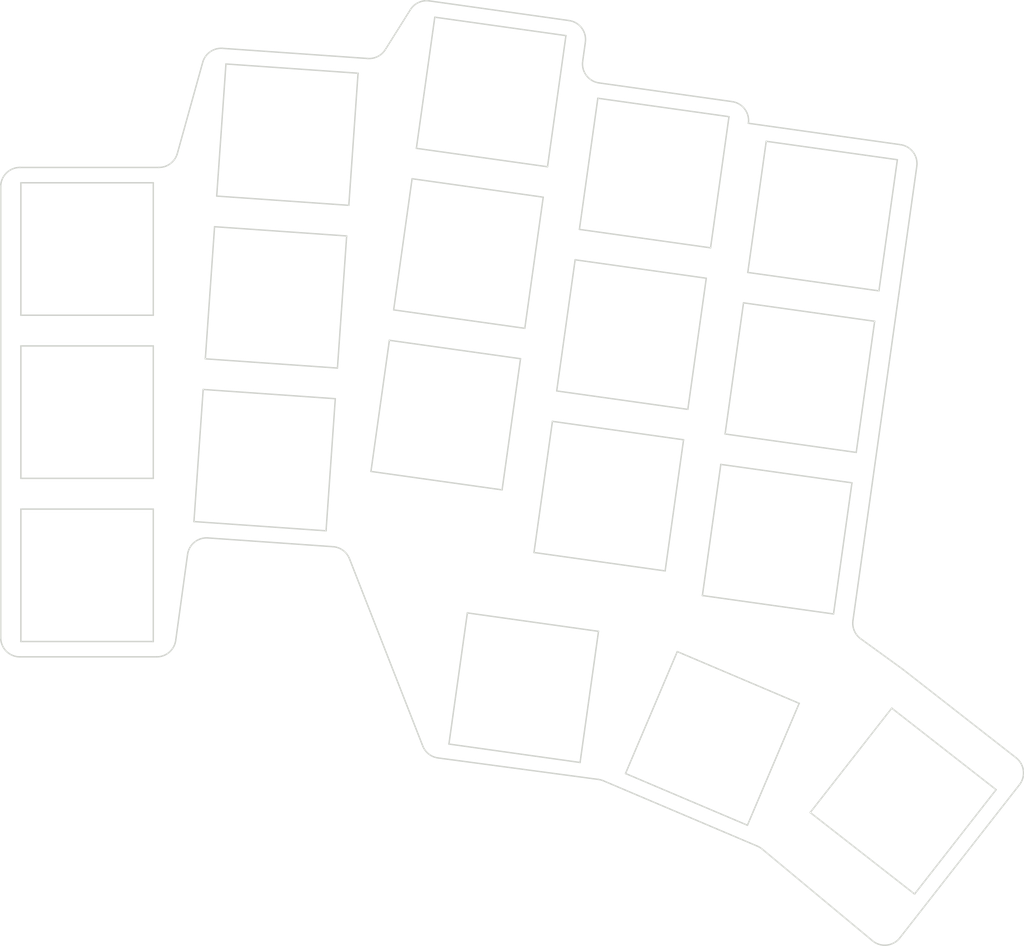
<source format=kicad_pcb>
(kicad_pcb (version 20240108) (generator "ergogen") (generator_version "4.2.1")
  (title_block (title "squall-top-plate") (date "2026-01-01") (rev "v1.0.0") (company "Unknown"))
  (layers (0 "F.Cu" signal) (31 "B.Cu" signal) (34 "B.Paste" user) (35 "F.Paste" user) (36 "B.SilkS" user "B.Silkscreen") (37 "F.SilkS" user "F.Silkscreen") (38 "B.Mask" user) (39 "F.Mask" user) (44 "Edge.Cuts" user))
  (net 0 "")
  (footprint "ceoloide:mounting_hole_npth" (layer "F.Cu") (at 111.5378857 58.54259060000001 -4)
    (property "Reference" "MH1" hide)
    (pad "" np_thru_hole circle (at 0 0 -4) (size 2.2 2.2) (drill 2.2) (layers "*.Cu" "*.Mask"))
  )
  (footprint "ceoloide:mounting_hole_npth" (layer "F.Cu") (at 166.5446358 67.157807 -8)
    (property "Reference" "MH2" hide)
    (pad "" np_thru_hole circle (at 0 0 -8) (size 2.2 2.2) (drill 2.2) (layers "*.Cu" "*.Mask"))
  )
  (footprint "ceoloide:mounting_hole_npth" (layer "F.Cu") (at 179.146004 109.6305192 -23)
    (property "Reference" "MH3" hide)
    (pad "" np_thru_hole circle (at 0 0 -23) (size 2.2 2.2) (drill 2.2) (layers "*.Cu" "*.Mask"))
  )
  (footprint "ceoloide:mounting_hole_npth" (layer "F.Cu") (at 147.9366852 101.55281070000001 -8)
    (property "Reference" "MH4" hide)
    (pad "" np_thru_hole circle (at 0 0 -8) (size 2.2 2.2) (drill 2.2) (layers "*.Cu" "*.Mask"))
  )
  (footprint "ceoloide:mounting_hole_npth" (layer "F.Cu") (at 108.7434135 89.9040531 -4)
    (property "Reference" "MH5" hide)
    (pad "" np_thru_hole circle (at 0 0 -4) (size 2.2 2.2) (drill 2.2) (layers "*.Cu" "*.Mask"))
  )
  (gr_line (start 91 106.5) (end 91 59.5) (layer Edge.Cuts) (stroke (width 0.15)))
  (gr_line (start 93 57.5) (end 107.48071802674323 57.5) (layer Edge.Cuts) (stroke (width 0.15)))
  (gr_line (start 109.4074517597719 56.03637398135618) (end 112.04877792786677 46.54834598630549) (layer Edge.Cuts) (stroke (width 0.15)))
  (gr_line (start 114.11502465345016 45.08959187413373) (end 129.24677539470022 46.147706939783504) (layer Edge.Cuts) (stroke (width 0.15)))
  (gr_line (start 131.08016047049372 45.21596837295448) (end 133.68692729365276 41.06365206024665) (layer Edge.Cuts) (stroke (width 0.15)))
  (gr_line (start 135.65914556310963 40.146505485008646) (end 150.22020705726354 42.192929200240044) (layer Edge.Cuts) (stroke (width 0.15)))
  (gr_line (start 151.9223969729823 44.45181148839515) (end 151.64405072701769 46.43234771160496) (layer Edge.Cuts) (stroke (width 0.15)))
  (gr_line (start 153.34624064273646 48.69122999975997) (end 167.2099936853573 50.63965340418838) (layer Edge.Cuts) (stroke (width 0.15)))
  (gr_line (start 168.9121836010761 52.89853569234333) (end 168.91218360000002 52.898535700000004) (layer Edge.Cuts) (stroke (width 0.15)))
  (gr_line (start 168.91218360000002 52.898535700000004) (end 184.7564727910321 55.125305304985915) (layer Edge.Cuts) (stroke (width 0.15)))
  (gr_line (start 186.45866270675094 57.38418759314095) (end 179.80662071683696 104.71592617497936) (layer Edge.Cuts) (stroke (width 0.15)))
  (gr_line (start 180.61323205322645 106.61350071367609) (end 184.9610446574345 109.7656222466861) (layer Edge.Cuts) (stroke (width 0.15)))
  (gr_line (start 185.01844284337218 109.80882906126088) (end 196.8102947111547 119.02163346036961) (layer Edge.Cuts) (stroke (width 0.15)))
  (gr_line (start 197.15499324905866 121.82897791185485) (end 184.69488098454661 137.77719438421488) (layer Edge.Cuts) (stroke (width 0.15)))
  (gr_line (start 181.8404407851736 138.08393696233517) (end 170.34402973779328 128.52827938415936) (layer Edge.Cuts) (stroke (width 0.15)))
  (gr_line (start 169.8470732071096 128.22533512462687) (end 153.79720404264754 121.41256988882463) (layer Edge.Cuts) (stroke (width 0.15)))
  (gr_line (start 153.2812080633474 121.27127604005868) (end 136.57135342930638 119.03352504548198) (layer Edge.Cuts) (stroke (width 0.15)))
  (gr_line (start 134.97432754996214 117.78000339827022) (end 127.34612933448852 98.28520147806026) (layer Edge.Cuts) (stroke (width 0.15)))
  (gr_line (start 125.62315024818555 97.01885533036182) (end 112.59027122626681 96.10750762867232) (layer Edge.Cuts) (stroke (width 0.15)))
  (gr_line (start 110.46945833136421 97.82977934267433) (end 109.23785502229518 106.77285638648459) (layer Edge.Cuts) (stroke (width 0.15)))
  (gr_line (start 107.25655512043389 108.5) (end 93 108.5) (layer Edge.Cuts) (stroke (width 0.15)))
  (gr_arc (start 93 57.5) (mid 91.5857864 58.0857864) (end 91 59.5) (layer Edge.Cuts) (stroke (width 0.15)))
  (gr_arc (start 107.48071802674323 57.5) (mid 108.69052212674323 57.0925998) (end 109.40745182674323 56.036374) (layer Edge.Cuts) (stroke (width 0.15)))
  (gr_arc (start 114.11502466089543 45.08959186766167) (mid 112.82202546089543 45.45086876766167) (end 112.04877786089544 46.54834596766167) (layer Edge.Cuts) (stroke (width 0.15)))
  (gr_arc (start 129.24677538725498 46.14770694625557) (mid 130.292402187255 45.93554204625556) (end 131.08016048725497 45.215968346255565) (layer Edge.Cuts) (stroke (width 0.15)))
  (gr_arc (start 135.65914557689152 40.14650548694558) (mid 134.53746207689153 40.313541686945584) (end 133.68692727689154 41.06365208694558) (layer Edge.Cuts) (stroke (width 0.15)))
  (gr_arc (start 151.9223969710454 44.451811502176966) (mid 151.5391318710454 42.96983530217697) (end 150.2202070710454 42.19292920217696) (layer Edge.Cuts) (stroke (width 0.15)))
  (gr_arc (start 151.6440507289546 46.43234769782292) (mid 152.02731582895458 47.91432389782292) (end 153.3462406289546 48.69122999782292) (layer Edge.Cuts) (stroke (width 0.15)))
  (gr_arc (start 168.91218359913915 52.898535706125294) (mid 168.52891849913917 51.416559506125296) (end 167.20999369913915 50.63965340612529) (layer Edge.Cuts) (stroke (width 0.15)))
  (gr_arc (start 186.45866270481403 57.384187606922836) (mid 186.07539760481404 55.90221140692284) (end 184.75647280481402 55.12530530692283) (layer Edge.Cuts) (stroke (width 0.15)))
  (gr_arc (start 179.80662071877387 104.71592616119754) (mid 179.94654461877386 105.77667036119755) (end 180.61323201877386 106.61350076119754) (layer Edge.Cuts) (stroke (width 0.15)))
  (gr_arc (start 185.018442791887 109.80882909916481) (mid 184.989937791887 109.78696789916481) (end 184.961044691887 109.76562219916481) (layer Edge.Cuts) (stroke (width 0.15)))
  (gr_arc (start 197.1549932596695 121.82897789827354) (mid 197.5640640596695 120.35391629827355) (end 196.81029465966952 119.02163349827354) (layer Edge.Cuts) (stroke (width 0.15)))
  (gr_arc (start 181.84044079515746 138.0839369706336) (mid 183.33255229515746 138.53442247063361) (end 184.69488099515746 137.77719437063362) (layer Edge.Cuts) (stroke (width 0.15)))
  (gr_arc (start 170.34402972780947 128.52827937586093) (mid 170.10663022780946 128.3586332758609) (end 169.84707312780947 128.22533517586092) (layer Edge.Cuts) (stroke (width 0.15)))
  (gr_arc (start 153.7972040633474 121.41256994005869) (mid 153.54395186334742 121.32459184005869) (end 153.2812080633474 121.2712760400587) (layer Edge.Cuts) (stroke (width 0.15)))
  (gr_arc (start 134.9743275293064 117.78000344548198) (mid 135.6019590293064 118.62447264548199) (end 136.5713534293064 119.03352504548198) (layer Edge.Cuts) (stroke (width 0.15)))
  (gr_arc (start 127.34612935514421 98.28520143084842) (mid 126.66808405514422 97.40243573084841) (end 125.62315025514421 97.01885533084841) (layer Edge.Cuts) (stroke (width 0.15)))
  (gr_arc (start 112.59027123322547 96.10750762915892) (mid 111.18996493322547 96.55008932915892) (end 110.46945833322548 97.82977932915892) (layer Edge.Cuts) (stroke (width 0.15)))
  (gr_arc (start 107.25655512043389 108.5) (mid 108.57076352043389 108.0075995) (end 109.23785502043388 106.7728564) (layer Edge.Cuts) (stroke (width 0.15)))
  (gr_arc (start 91 106.5) (mid 91.5857864 107.9142136) (end 93 108.5) (layer Edge.Cuts) (stroke (width 0.15)))
  (gr_line (start 93.1 106.9) (end 106.89999999999999 106.9) (layer Edge.Cuts) (stroke (width 0.15)))
  (gr_line (start 106.89999999999999 106.9) (end 106.89999999999999 93.10000000000001) (layer Edge.Cuts) (stroke (width 0.15)))
  (gr_line (start 106.89999999999999 93.10000000000001) (end 93.1 93.10000000000001) (layer Edge.Cuts) (stroke (width 0.15)))
  (gr_line (start 93.1 93.10000000000001) (end 93.1 106.9) (layer Edge.Cuts) (stroke (width 0.15)))
  (gr_line (start 93.1 89.9) (end 106.89999999999999 89.9) (layer Edge.Cuts) (stroke (width 0.15)))
  (gr_line (start 106.89999999999999 89.9) (end 106.89999999999999 76.10000000000001) (layer Edge.Cuts) (stroke (width 0.15)))
  (gr_line (start 106.89999999999999 76.10000000000001) (end 93.1 76.10000000000001) (layer Edge.Cuts) (stroke (width 0.15)))
  (gr_line (start 93.1 76.10000000000001) (end 93.1 89.9) (layer Edge.Cuts) (stroke (width 0.15)))
  (gr_line (start 93.1 72.9) (end 106.89999999999999 72.9) (layer Edge.Cuts) (stroke (width 0.15)))
  (gr_line (start 106.89999999999999 72.9) (end 106.89999999999999 59.10000000000001) (layer Edge.Cuts) (stroke (width 0.15)))
  (gr_line (start 106.89999999999999 59.10000000000001) (end 93.1 59.10000000000001) (layer Edge.Cuts) (stroke (width 0.15)))
  (gr_line (start 93.1 59.10000000000001) (end 93.1 72.9) (layer Edge.Cuts) (stroke (width 0.15)))
  (gr_line (start 111.1354884 94.40187230000001) (end 124.9018723 95.3645116) (layer Edge.Cuts) (stroke (width 0.15)))
  (gr_line (start 124.9018723 95.3645116) (end 125.8645116 81.5981277) (layer Edge.Cuts) (stroke (width 0.15)))
  (gr_line (start 125.8645116 81.5981277) (end 112.09812769999999 80.6354884) (layer Edge.Cuts) (stroke (width 0.15)))
  (gr_line (start 112.09812769999999 80.6354884) (end 111.1354884 94.40187230000001) (layer Edge.Cuts) (stroke (width 0.15)))
  (gr_line (start 112.3213485 77.44328340000001) (end 126.0877324 78.4059227) (layer Edge.Cuts) (stroke (width 0.15)))
  (gr_line (start 126.0877324 78.4059227) (end 127.0503717 64.63953880000001) (layer Edge.Cuts) (stroke (width 0.15)))
  (gr_line (start 127.0503717 64.63953880000001) (end 113.28398779999999 63.67689950000001) (layer Edge.Cuts) (stroke (width 0.15)))
  (gr_line (start 113.28398779999999 63.67689950000001) (end 112.3213485 77.44328340000001) (layer Edge.Cuts) (stroke (width 0.15)))
  (gr_line (start 113.5072086 60.48469450000001) (end 127.27359249999999 61.44733380000001) (layer Edge.Cuts) (stroke (width 0.15)))
  (gr_line (start 127.27359249999999 61.44733380000001) (end 128.23623179999998 47.68094990000001) (layer Edge.Cuts) (stroke (width 0.15)))
  (gr_line (start 128.23623179999998 47.68094990000001) (end 114.46984789999999 46.71831060000001) (layer Edge.Cuts) (stroke (width 0.15)))
  (gr_line (start 114.46984789999999 46.71831060000001) (end 113.5072086 60.48469450000001) (layer Edge.Cuts) (stroke (width 0.15)))
  (gr_line (start 129.5803297 89.1776658) (end 143.2460291 91.0982546) (layer Edge.Cuts) (stroke (width 0.15)))
  (gr_line (start 143.2460291 91.0982546) (end 145.1666179 77.4325552) (layer Edge.Cuts) (stroke (width 0.15)))
  (gr_line (start 145.1666179 77.4325552) (end 131.50091849999998 75.5119664) (layer Edge.Cuts) (stroke (width 0.15)))
  (gr_line (start 131.50091849999998 75.5119664) (end 129.5803297 89.1776658) (layer Edge.Cuts) (stroke (width 0.15)))
  (gr_line (start 131.9462724 72.34310860000001) (end 145.6119718 74.26369740000001) (layer Edge.Cuts) (stroke (width 0.15)))
  (gr_line (start 145.6119718 74.26369740000001) (end 147.5325606 60.59799800000001) (layer Edge.Cuts) (stroke (width 0.15)))
  (gr_line (start 147.5325606 60.59799800000001) (end 133.8668612 58.677409200000014) (layer Edge.Cuts) (stroke (width 0.15)))
  (gr_line (start 133.8668612 58.677409200000014) (end 131.9462724 72.34310860000001) (layer Edge.Cuts) (stroke (width 0.15)))
  (gr_line (start 134.3122151 55.5085514) (end 147.9779145 57.429140200000006) (layer Edge.Cuts) (stroke (width 0.15)))
  (gr_line (start 147.9779145 57.429140200000006) (end 149.89850330000002 43.763440800000005) (layer Edge.Cuts) (stroke (width 0.15)))
  (gr_line (start 149.89850330000002 43.763440800000005) (end 136.2328039 41.84285200000001) (layer Edge.Cuts) (stroke (width 0.15)))
  (gr_line (start 136.2328039 41.84285200000001) (end 134.3122151 55.5085514) (layer Edge.Cuts) (stroke (width 0.15)))
  (gr_line (start 146.5701163 97.62439) (end 160.2358157 99.54497880000001) (layer Edge.Cuts) (stroke (width 0.15)))
  (gr_line (start 160.2358157 99.54497880000001) (end 162.1564045 85.8792794) (layer Edge.Cuts) (stroke (width 0.15)))
  (gr_line (start 162.1564045 85.8792794) (end 148.49070509999999 83.95869060000001) (layer Edge.Cuts) (stroke (width 0.15)))
  (gr_line (start 148.49070509999999 83.95869060000001) (end 146.5701163 97.62439) (layer Edge.Cuts) (stroke (width 0.15)))
  (gr_line (start 148.936059 80.78983280000001) (end 162.6017584 82.71042160000002) (layer Edge.Cuts) (stroke (width 0.15)))
  (gr_line (start 162.6017584 82.71042160000002) (end 164.5223472 69.04472220000002) (layer Edge.Cuts) (stroke (width 0.15)))
  (gr_line (start 164.5223472 69.04472220000002) (end 150.8566478 67.12413340000002) (layer Edge.Cuts) (stroke (width 0.15)))
  (gr_line (start 150.8566478 67.12413340000002) (end 148.936059 80.78983280000001) (layer Edge.Cuts) (stroke (width 0.15)))
  (gr_line (start 151.3020017 63.95527560000001) (end 164.9677011 65.87586440000001) (layer Edge.Cuts) (stroke (width 0.15)))
  (gr_line (start 164.9677011 65.87586440000001) (end 166.88828990000002 52.21016500000001) (layer Edge.Cuts) (stroke (width 0.15)))
  (gr_line (start 166.88828990000002 52.21016500000001) (end 153.2225905 50.28957620000001) (layer Edge.Cuts) (stroke (width 0.15)))
  (gr_line (start 153.2225905 50.28957620000001) (end 151.3020017 63.95527560000001) (layer Edge.Cuts) (stroke (width 0.15)))
  (gr_line (start 164.1165954 102.1100419) (end 177.7822948 104.0306307) (layer Edge.Cuts) (stroke (width 0.15)))
  (gr_line (start 177.7822948 104.0306307) (end 179.7028836 90.3649313) (layer Edge.Cuts) (stroke (width 0.15)))
  (gr_line (start 179.7028836 90.3649313) (end 166.03718419999998 88.4443425) (layer Edge.Cuts) (stroke (width 0.15)))
  (gr_line (start 166.03718419999998 88.4443425) (end 164.1165954 102.1100419) (layer Edge.Cuts) (stroke (width 0.15)))
  (gr_line (start 166.4825381 85.2754847) (end 180.1482375 87.19607350000001) (layer Edge.Cuts) (stroke (width 0.15)))
  (gr_line (start 180.1482375 87.19607350000001) (end 182.0688263 73.53037410000002) (layer Edge.Cuts) (stroke (width 0.15)))
  (gr_line (start 182.0688263 73.53037410000002) (end 168.4031269 71.60978530000001) (layer Edge.Cuts) (stroke (width 0.15)))
  (gr_line (start 168.4031269 71.60978530000001) (end 166.4825381 85.2754847) (layer Edge.Cuts) (stroke (width 0.15)))
  (gr_line (start 168.8484808 68.4409275) (end 182.5141802 70.3615163) (layer Edge.Cuts) (stroke (width 0.15)))
  (gr_line (start 182.5141802 70.3615163) (end 184.43476900000002 56.695816900000004) (layer Edge.Cuts) (stroke (width 0.15)))
  (gr_line (start 184.43476900000002 56.695816900000004) (end 170.7690696 54.77522810000001) (layer Edge.Cuts) (stroke (width 0.15)))
  (gr_line (start 170.7690696 54.77522810000001) (end 168.8484808 68.4409275) (layer Edge.Cuts) (stroke (width 0.15)))
  (gr_line (start 137.7058728 117.5849808) (end 151.3715722 119.5055696) (layer Edge.Cuts) (stroke (width 0.15)))
  (gr_line (start 151.3715722 119.5055696) (end 153.29216100000002 105.83987020000001) (layer Edge.Cuts) (stroke (width 0.15)))
  (gr_line (start 153.29216100000002 105.83987020000001) (end 139.6264616 103.9192814) (layer Edge.Cuts) (stroke (width 0.15)))
  (gr_line (start 139.6264616 103.9192814) (end 137.7058728 117.5849808) (layer Edge.Cuts) (stroke (width 0.15)))
  (gr_line (start 156.1069708 120.6548311) (end 168.8099378 126.0469207) (layer Edge.Cuts) (stroke (width 0.15)))
  (gr_line (start 168.8099378 126.0469207) (end 174.2020274 113.3439537) (layer Edge.Cuts) (stroke (width 0.15)))
  (gr_line (start 174.2020274 113.3439537) (end 161.4990604 107.9518641) (layer Edge.Cuts) (stroke (width 0.15)))
  (gr_line (start 161.4990604 107.9518641) (end 156.1069708 120.6548311) (layer Edge.Cuts) (stroke (width 0.15)))
  (gr_line (start 186.22829090000002 133.2156884) (end 194.72441930000002 122.34114) (layer Edge.Cuts) (stroke (width 0.15)))
  (gr_line (start 194.72441930000002 122.34114) (end 183.8498709 113.8450116) (layer Edge.Cuts) (stroke (width 0.15)))
  (gr_line (start 183.8498709 113.8450116) (end 175.3537425 124.71956) (layer Edge.Cuts) (stroke (width 0.15)))
  (gr_line (start 175.3537425 124.71956) (end 186.22829090000002 133.2156884) (layer Edge.Cuts) (stroke (width 0.15)))
)
</source>
